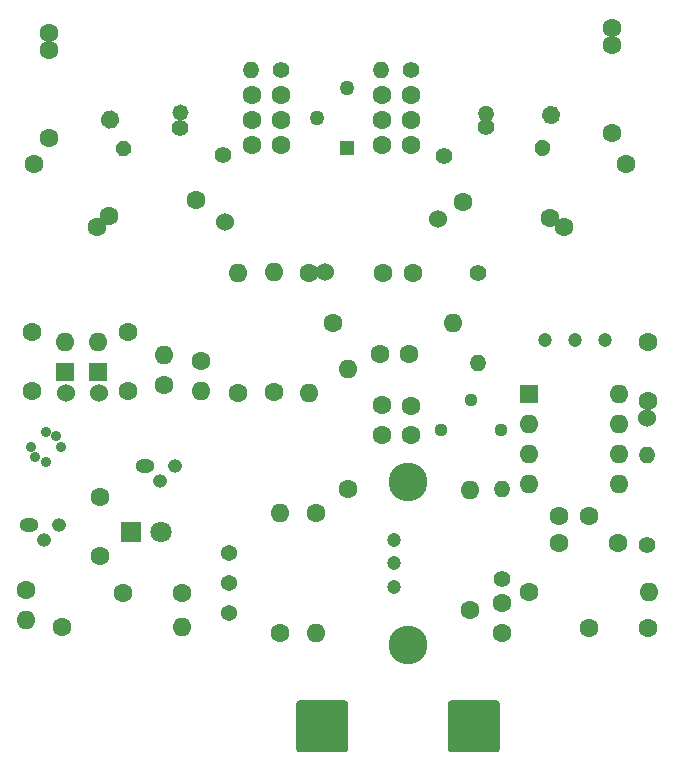
<source format=gbr>
%TF.GenerationSoftware,KiCad,Pcbnew,(5.1.9)-1*%
%TF.CreationDate,2021-05-27T19:58:41+02:00*%
%TF.ProjectId,DifferentialProbe,44696666-6572-4656-9e74-69616c50726f,rev?*%
%TF.SameCoordinates,Original*%
%TF.FileFunction,Soldermask,Bot*%
%TF.FilePolarity,Negative*%
%FSLAX46Y46*%
G04 Gerber Fmt 4.6, Leading zero omitted, Abs format (unit mm)*
G04 Created by KiCad (PCBNEW (5.1.9)-1) date 2021-05-27 19:58:41*
%MOMM*%
%LPD*%
G01*
G04 APERTURE LIST*
%ADD10C,1.524000*%
%ADD11C,1.200000*%
%ADD12C,1.371600*%
%ADD13C,1.600000*%
%ADD14O,1.600000X1.600000*%
%ADD15R,1.600000X1.600000*%
%ADD16C,0.880000*%
%ADD17C,3.285000*%
%ADD18C,1.120000*%
%ADD19O,1.400000X1.400000*%
%ADD20C,1.400000*%
%ADD21O,1.200000X1.200000*%
%ADD22O,1.600000X1.200000*%
%ADD23C,1.800000*%
%ADD24R,1.800000X1.800000*%
%ADD25R,1.270000X1.270000*%
%ADD26C,1.270000*%
G04 APERTURE END LIST*
D10*
%TO.C,J8*%
X55110000Y62718000D03*
%TD*%
%TO.C,J7*%
X27780000Y75010000D03*
%TD*%
%TO.C,J6*%
X5842000Y64770000D03*
%TD*%
%TO.C,J5*%
X8636000Y64770000D03*
%TD*%
%TO.C,J4*%
X19304000Y79248000D03*
%TD*%
%TO.C,J3*%
X37338000Y79502000D03*
%TD*%
D11*
%TO.C,RV4*%
X46400000Y69290000D03*
X48940000Y69290000D03*
X51480000Y69290000D03*
%TD*%
D12*
%TO.C,RV2*%
X19650000Y46170000D03*
X19650000Y48710000D03*
X19650000Y51250000D03*
%TD*%
D13*
%TO.C,C25*%
X55160000Y69080000D03*
X55160000Y64080000D03*
%TD*%
%TO.C,C15*%
X35120000Y63720000D03*
X35120000Y61220000D03*
%TD*%
%TO.C,R1*%
G36*
G01*
X47406673Y88982954D02*
X47406673Y88982954D01*
G75*
G02*
X47603134Y87868771I-458861J-655322D01*
G01*
X47603134Y87868771D01*
G75*
G02*
X46488951Y87672310I-655322J458861D01*
G01*
X46488951Y87672310D01*
G75*
G02*
X46292490Y88786493I458861J655322D01*
G01*
X46292490Y88786493D01*
G75*
G02*
X47406673Y88982954I655322J-458861D01*
G01*
G37*
X52110000Y95700000D03*
%TD*%
D14*
%TO.C,U3*%
X52740000Y64700000D03*
X45120000Y57080000D03*
X52740000Y62160000D03*
X45120000Y59620000D03*
X52740000Y59620000D03*
X45120000Y62160000D03*
X52740000Y57080000D03*
D15*
X45120000Y64700000D03*
%TD*%
D16*
%TO.C,U1*%
X4170000Y58970000D03*
X3271975Y59341975D03*
X2900000Y60240000D03*
X4170000Y61510000D03*
X5068025Y61138025D03*
X5440000Y60240000D03*
%TD*%
D11*
%TO.C,SW1*%
X33620000Y48390000D03*
X33620000Y50390000D03*
X33620000Y52390000D03*
D17*
X34870000Y43490000D03*
X34870000Y57290000D03*
%TD*%
D18*
%TO.C,RV3*%
X37640000Y61650000D03*
X40180000Y64190000D03*
X42720000Y61650000D03*
%TD*%
D14*
%TO.C,R22*%
X38650000Y70750000D03*
D13*
X28490000Y70750000D03*
%TD*%
D14*
%TO.C,R21*%
X55200000Y47920000D03*
D13*
X45040000Y47920000D03*
%TD*%
D19*
%TO.C,R20*%
X40720000Y67370000D03*
D20*
X40720000Y74990000D03*
%TD*%
D14*
%TO.C,R19*%
X15710000Y44990000D03*
D13*
X5550000Y44990000D03*
%TD*%
D14*
%TO.C,R18*%
X2450000Y45550000D03*
D13*
X2450000Y48090000D03*
%TD*%
D14*
%TO.C,R17*%
X14160000Y67980000D03*
D13*
X14160000Y65440000D03*
%TD*%
D14*
%TO.C,R16*%
X17290000Y64980000D03*
D13*
X17290000Y67520000D03*
%TD*%
D14*
%TO.C,R15*%
X23500000Y75010000D03*
D13*
X23500000Y64850000D03*
%TD*%
D14*
%TO.C,R13*%
X29740000Y66800000D03*
D13*
X29740000Y56640000D03*
%TD*%
D14*
%TO.C,R12*%
X27070000Y44480000D03*
D13*
X27070000Y54640000D03*
%TD*%
D19*
%TO.C,R11*%
X42770000Y56710000D03*
D20*
X42770000Y49090000D03*
%TD*%
D14*
%TO.C,R10*%
X40080000Y56580000D03*
D13*
X40080000Y46420000D03*
%TD*%
D14*
%TO.C,R9*%
X20460000Y74980000D03*
D13*
X20460000Y64820000D03*
%TD*%
D14*
%TO.C,R8*%
X24010000Y54660000D03*
D13*
X24010000Y44500000D03*
%TD*%
D19*
%TO.C,R7*%
X55040000Y59580000D03*
D20*
X55040000Y51960000D03*
%TD*%
D21*
%TO.C,Q2*%
X5310000Y53594000D03*
X4040000Y52324000D03*
D22*
X2770000Y53594000D03*
%TD*%
D21*
%TO.C,Q1*%
X15100000Y58590000D03*
X13830000Y57320000D03*
D22*
X12560000Y58590000D03*
%TD*%
%TO.C,J2*%
G36*
G01*
X25370000Y34619999D02*
X25370000Y38520001D01*
G75*
G02*
X25619999Y38770000I249999J0D01*
G01*
X29520001Y38770000D01*
G75*
G02*
X29770000Y38520001I0J-249999D01*
G01*
X29770000Y34619999D01*
G75*
G02*
X29520001Y34370000I-249999J0D01*
G01*
X25619999Y34370000D01*
G75*
G02*
X25370000Y34619999I0J249999D01*
G01*
G37*
%TD*%
%TO.C,J1*%
G36*
G01*
X38210000Y34619999D02*
X38210000Y38520001D01*
G75*
G02*
X38459999Y38770000I249999J0D01*
G01*
X42360001Y38770000D01*
G75*
G02*
X42610000Y38520001I0J-249999D01*
G01*
X42610000Y34619999D01*
G75*
G02*
X42360001Y34370000I-249999J0D01*
G01*
X38459999Y34370000D01*
G75*
G02*
X38210000Y34619999I0J249999D01*
G01*
G37*
%TD*%
D23*
%TO.C,D3*%
X13930000Y53050000D03*
D24*
X11390000Y53050000D03*
%TD*%
D13*
%TO.C,C39*%
X50120000Y44890000D03*
X55120000Y44890000D03*
%TD*%
%TO.C,C26*%
X47610000Y52070000D03*
X52610000Y52070000D03*
%TD*%
%TO.C,C24*%
X34960000Y68080000D03*
X32460000Y68080000D03*
%TD*%
%TO.C,C23*%
X50140000Y54410000D03*
X47640000Y54410000D03*
%TD*%
%TO.C,C22*%
X32740000Y74990000D03*
X35240000Y74990000D03*
%TD*%
%TO.C,C21*%
X15680000Y47890000D03*
X10680000Y47890000D03*
%TD*%
%TO.C,C20*%
X8760000Y55990000D03*
X8760000Y50990000D03*
%TD*%
%TO.C,C18*%
X42770000Y46990000D03*
X42770000Y44490000D03*
%TD*%
%TO.C,C17*%
X32660000Y63740000D03*
X32660000Y61240000D03*
%TD*%
D14*
%TO.C,R14*%
X26430000Y64840000D03*
D13*
X26430000Y75000000D03*
%TD*%
D14*
%TO.C,D2*%
X5790000Y69088000D03*
D15*
X5790000Y66548000D03*
%TD*%
D14*
%TO.C,D1*%
X8570000Y69088000D03*
D15*
X8570000Y66548000D03*
%TD*%
D13*
%TO.C,C16*%
X3010000Y69990000D03*
X3010000Y64990000D03*
%TD*%
%TO.C,C19*%
X11170000Y64990000D03*
X11170000Y69990000D03*
%TD*%
D25*
%TO.C,RV1*%
X29630000Y85550000D03*
D26*
X27090000Y88090000D03*
X29630000Y90630000D03*
%TD*%
D13*
%TO.C,C13*%
X24120000Y85820000D03*
X21620000Y85820000D03*
%TD*%
%TO.C,C12*%
X24120000Y87920000D03*
X21620000Y87920000D03*
%TD*%
%TO.C,C11*%
X24120000Y90050000D03*
X21620000Y90050000D03*
%TD*%
%TO.C,C9*%
X35110000Y85830000D03*
X32610000Y85830000D03*
%TD*%
%TO.C,C8*%
X35110000Y87940000D03*
X32610000Y87940000D03*
%TD*%
%TO.C,C7*%
X35110000Y90040000D03*
X32610000Y90040000D03*
%TD*%
%TO.C,R4b1*%
G36*
G01*
X16062873Y88047127D02*
X16062873Y88047127D01*
G75*
G02*
X15072923Y88047127I-494975J494975D01*
G01*
X15072923Y88047127D01*
G75*
G02*
X15072923Y89037077I494975J494975D01*
G01*
X15072923Y89037077D01*
G75*
G02*
X16062873Y89037077I494975J-494975D01*
G01*
X16062873Y89037077D01*
G75*
G02*
X16062873Y88047127I-494975J-494975D01*
G01*
G37*
D20*
X19160000Y84950000D03*
%TD*%
%TO.C,R4a1*%
G36*
G01*
X11404146Y85731952D02*
X11404146Y85731952D01*
G75*
G02*
X10985775Y84834753I-657785J-239414D01*
G01*
X10985775Y84834753D01*
G75*
G02*
X10088576Y85253124I-239414J657785D01*
G01*
X10088576Y85253124D01*
G75*
G02*
X10506947Y86150323I657785J239414D01*
G01*
X10506947Y86150323D01*
G75*
G02*
X11404146Y85731952I239414J-657785D01*
G01*
G37*
X15520000Y87230000D03*
%TD*%
D19*
%TO.C,R6*%
X21580000Y92160000D03*
D20*
X24120000Y92160000D03*
%TD*%
D19*
%TO.C,R5*%
X32510000Y92170000D03*
D20*
X35050000Y92170000D03*
%TD*%
%TO.C,R3*%
G36*
G01*
X9163327Y88602954D02*
X9163327Y88602954D01*
G75*
G02*
X10277510Y88406493I458861J-655322D01*
G01*
X10277510Y88406493D01*
G75*
G02*
X10081049Y87292310I-655322J-458861D01*
G01*
X10081049Y87292310D01*
G75*
G02*
X8966866Y87488771I-458861J655322D01*
G01*
X8966866Y87488771D01*
G75*
G02*
X9163327Y88602954I655322J458861D01*
G01*
G37*
D13*
X4460000Y95320000D03*
%TD*%
%TO.C,C6*%
X9483942Y79817639D03*
X16870000Y81120000D03*
%TD*%
%TO.C,C5*%
X3166699Y84163301D03*
X8470000Y78860000D03*
%TD*%
%TO.C,C4*%
X4460000Y93850000D03*
X4460000Y86350000D03*
%TD*%
%TO.C,C3*%
X46836058Y79647639D03*
X39450000Y80950000D03*
%TD*%
%TO.C,C2*%
X53333301Y84163301D03*
X48030000Y78860000D03*
%TD*%
%TO.C,R2b1*%
G36*
G01*
X40947127Y87957127D02*
X40947127Y87957127D01*
G75*
G02*
X40947127Y88947077I494975J494975D01*
G01*
X40947127Y88947077D01*
G75*
G02*
X41937077Y88947077I494975J-494975D01*
G01*
X41937077Y88947077D01*
G75*
G02*
X41937077Y87957127I-494975J-494975D01*
G01*
X41937077Y87957127D01*
G75*
G02*
X40947127Y87957127I-494975J494975D01*
G01*
G37*
D20*
X37850000Y84860000D03*
%TD*%
%TO.C,R2a1*%
G36*
G01*
X45545854Y85781952D02*
X45545854Y85781952D01*
G75*
G02*
X46443053Y86200323I657785J-239414D01*
G01*
X46443053Y86200323D01*
G75*
G02*
X46861424Y85303124I-239414J-657785D01*
G01*
X46861424Y85303124D01*
G75*
G02*
X45964225Y84884753I-657785J239414D01*
G01*
X45964225Y84884753D01*
G75*
G02*
X45545854Y85781952I239414J657785D01*
G01*
G37*
X41430000Y87280000D03*
%TD*%
D13*
%TO.C,C1*%
X52110000Y94280000D03*
X52110000Y86780000D03*
%TD*%
M02*

</source>
